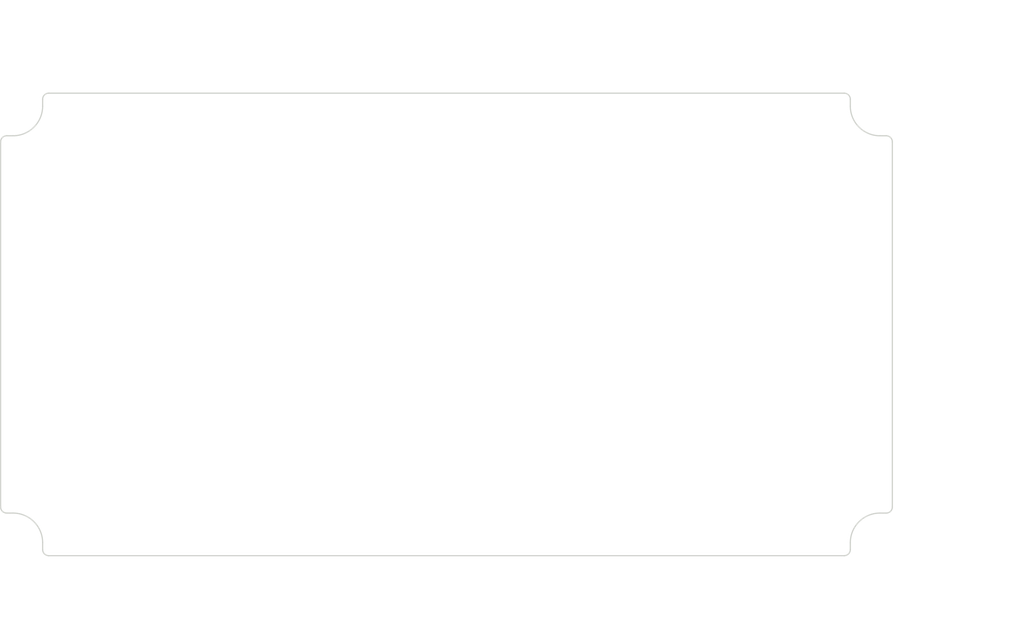
<source format=kicad_pcb>
(kicad_pcb (version 20171130) (host pcbnew "(5.1.0)-1")

  (general
    (thickness 1.6)
    (drawings 56)
    (tracks 0)
    (zones 0)
    (modules 0)
    (nets 1)
  )

  (page A4)
  (layers
    (0 F.Cu signal)
    (31 B.Cu signal)
    (32 B.Adhes user)
    (33 F.Adhes user)
    (34 B.Paste user)
    (35 F.Paste user)
    (36 B.SilkS user)
    (37 F.SilkS user)
    (38 B.Mask user)
    (39 F.Mask user)
    (40 Dwgs.User user)
    (41 Cmts.User user)
    (42 Eco1.User user)
    (43 Eco2.User user)
    (44 Edge.Cuts user)
    (45 Margin user)
    (46 B.CrtYd user)
    (47 F.CrtYd user)
    (48 B.Fab user)
    (49 F.Fab user)
  )

  (setup
    (last_trace_width 0.25)
    (trace_clearance 0.2)
    (zone_clearance 0.508)
    (zone_45_only no)
    (trace_min 0.2)
    (via_size 0.8)
    (via_drill 0.4)
    (via_min_size 0.4)
    (via_min_drill 0.3)
    (uvia_size 0.3)
    (uvia_drill 0.1)
    (uvias_allowed no)
    (uvia_min_size 0.2)
    (uvia_min_drill 0.1)
    (edge_width 0.05)
    (segment_width 0.2)
    (pcb_text_width 0.3)
    (pcb_text_size 1.5 1.5)
    (mod_edge_width 0.12)
    (mod_text_size 1 1)
    (mod_text_width 0.15)
    (pad_size 1.524 1.524)
    (pad_drill 0.762)
    (pad_to_mask_clearance 0.051)
    (solder_mask_min_width 0.25)
    (aux_axis_origin 0 0)
    (visible_elements FFFFFF7F)
    (pcbplotparams
      (layerselection 0x010fc_ffffffff)
      (usegerberextensions false)
      (usegerberattributes false)
      (usegerberadvancedattributes false)
      (creategerberjobfile false)
      (excludeedgelayer true)
      (linewidth 0.152400)
      (plotframeref false)
      (viasonmask false)
      (mode 1)
      (useauxorigin false)
      (hpglpennumber 1)
      (hpglpenspeed 20)
      (hpglpendiameter 15.000000)
      (psnegative false)
      (psa4output false)
      (plotreference true)
      (plotvalue true)
      (plotinvisibletext false)
      (padsonsilk false)
      (subtractmaskfromsilk false)
      (outputformat 1)
      (mirror false)
      (drillshape 1)
      (scaleselection 1)
      (outputdirectory ""))
  )

  (net 0 "")

  (net_class Default "This is the default net class."
    (clearance 0.2)
    (trace_width 0.25)
    (via_dia 0.8)
    (via_drill 0.4)
    (uvia_dia 0.3)
    (uvia_drill 0.1)
  )

  (gr_line (start 83.355486 135.884685) (end 83.355486 137.008052) (layer Edge.Cuts) (width 0.2))
  (gr_line (start 215.00222 137.008052) (end 215.00222 135.884685) (layer Edge.Cuts) (width 0.2))
  (gr_arc (start 219.828853 135.884685) (end 219.828853 131.058052) (angle -90) (layer Edge.Cuts) (width 0.2))
  (gr_line (start 219.828853 131.058052) (end 220.85222 131.058052) (layer Edge.Cuts) (width 0.2))
  (gr_line (start 220.85222 69.511319) (end 219.828853 69.511319) (layer Edge.Cuts) (width 0.2))
  (gr_arc (start 219.828853 64.684685) (end 215.00222 64.684685) (angle -90) (layer Edge.Cuts) (width 0.2))
  (gr_line (start 215.00222 64.684685) (end 215.00222 63.561319) (layer Edge.Cuts) (width 0.2))
  (gr_line (start 83.355486 63.561319) (end 83.355486 64.684685) (layer Edge.Cuts) (width 0.2))
  (gr_arc (start 78.528853 64.684685) (end 78.528853 69.511319) (angle -90) (layer Edge.Cuts) (width 0.2))
  (gr_line (start 78.528853 69.511319) (end 77.505486 69.511319) (layer Edge.Cuts) (width 0.2))
  (gr_line (start 77.505486 131.058052) (end 78.528853 131.058052) (layer Edge.Cuts) (width 0.2))
  (gr_arc (start 78.528853 135.884685) (end 83.355486 135.884685) (angle -90) (layer Edge.Cuts) (width 0.2))
  (gr_line (start 221.85222 130.058052) (end 221.85222 70.511319) (layer Edge.Cuts) (width 0.2))
  (gr_line (start 214.00222 62.561319) (end 84.355486 62.561319) (layer Edge.Cuts) (width 0.2))
  (gr_line (start 76.505486 70.511319) (end 76.505486 130.058052) (layer Edge.Cuts) (width 0.2))
  (gr_line (start 84.355486 138.008052) (end 214.00222 138.008052) (layer Edge.Cuts) (width 0.2))
  (gr_arc (start 214.00222 137.008052) (end 214.00222 138.008052) (angle -90) (layer Edge.Cuts) (width 0.2))
  (gr_arc (start 220.85222 130.058052) (end 220.85222 131.058052) (angle -90) (layer Edge.Cuts) (width 0.2))
  (gr_arc (start 220.85222 70.511319) (end 221.85222 70.511319) (angle -90) (layer Edge.Cuts) (width 0.2))
  (gr_arc (start 214.00222 63.561319) (end 215.00222 63.561319) (angle -90) (layer Edge.Cuts) (width 0.2))
  (gr_arc (start 84.355486 63.561319) (end 84.355486 62.561319) (angle -90) (layer Edge.Cuts) (width 0.2))
  (gr_arc (start 77.505486 70.511319) (end 77.505486 69.511319) (angle -90) (layer Edge.Cuts) (width 0.2))
  (gr_arc (start 77.505486 130.058052) (end 76.505486 130.058052) (angle -90) (layer Edge.Cuts) (width 0.2))
  (gr_arc (start 84.355486 137.008052) (end 83.355486 137.008052) (angle -90) (layer Edge.Cuts) (width 0.2))
  (gr_text [R0.04] (at 225.184441 146.858484) (layer Dwgs.User)
    (effects (font (size 1.7 1.53) (thickness 0.2125)))
  )
  (gr_text " R1.00" (at 225.184441 143.301049) (layer Dwgs.User)
    (effects (font (size 1.7 1.53) (thickness 0.2125)))
  )
  (gr_line (start 218.71367 144.969023) (end 215.530147 139.589802) (layer Dwgs.User) (width 0.2))
  (gr_line (start 220.71367 144.969023) (end 218.71367 144.969023) (layer Dwgs.User) (width 0.2))
  (gr_text [R0.19] (at 202.233274 127.406283) (layer Dwgs.User)
    (effects (font (size 1.7 1.53) (thickness 0.2125)))
  )
  (gr_text " R4.83" (at 202.233274 123.848268) (layer Dwgs.User)
    (effects (font (size 1.7 1.53) (thickness 0.2125)))
  )
  (gr_line (start 208.704045 125.516822) (end 214.834784 131.230418) (layer Dwgs.User) (width 0.2))
  (gr_line (start 206.704045 125.516822) (end 208.704045 125.516822) (layer Dwgs.User) (width 0.2))
  (gr_text [2.97] (at 239.284641 119.226289) (layer Dwgs.User)
    (effects (font (size 1.7 1.53) (thickness 0.2125)))
  )
  (gr_text " 75.45" (at 239.284641 115.672332) (layer Dwgs.User)
    (effects (font (size 1.7 1.53) (thickness 0.2125)))
  )
  (gr_line (start 239.284641 64.561319) (end 239.284641 113.782871) (layer Dwgs.User) (width 0.2))
  (gr_line (start 239.284641 136.008052) (end 239.284641 120.890784) (layer Dwgs.User) (width 0.2))
  (gr_line (start 216.00222 62.561319) (end 242.459641 62.561319) (layer Dwgs.User) (width 0.2))
  (gr_line (start 216.00222 138.008052) (end 242.459641 138.008052) (layer Dwgs.User) (width 0.2))
  (gr_text [2.42] (at 228.839417 86.506311) (layer Dwgs.User)
    (effects (font (size 1.7 1.53) (thickness 0.2125)))
  )
  (gr_text " 61.55" (at 228.839417 82.948875) (layer Dwgs.User)
    (effects (font (size 1.7 1.53) (thickness 0.2125)))
  )
  (gr_line (start 228.839417 129.058052) (end 228.839417 88.174285) (layer Dwgs.User) (width 0.2))
  (gr_line (start 228.839417 71.511319) (end 228.839417 81.059414) (layer Dwgs.User) (width 0.2))
  (gr_line (start 222.85222 131.058052) (end 232.014417 131.058052) (layer Dwgs.User) (width 0.2))
  (gr_line (start 222.85222 69.511319) (end 232.014417 69.511319) (layer Dwgs.User) (width 0.2))
  (gr_text [5.18] (at 163.399459 60.108035) (layer Dwgs.User)
    (effects (font (size 1.7 1.53) (thickness 0.2125)))
  )
  (gr_text " 131.65" (at 163.399459 56.55002) (layer Dwgs.User)
    (effects (font (size 1.7 1.53) (thickness 0.2125)))
  )
  (gr_line (start 213.00222 58.218574) (end 168.11375 58.218574) (layer Dwgs.User) (width 0.2))
  (gr_line (start 85.355486 58.218574) (end 158.685168 58.218574) (layer Dwgs.User) (width 0.2))
  (gr_line (start 215.00222 61.561319) (end 215.00222 55.043574) (layer Dwgs.User) (width 0.2))
  (gr_line (start 83.355486 61.561319) (end 83.355486 55.043574) (layer Dwgs.User) (width 0.2))
  (gr_text [5.72] (at 161.260076 52.527872) (layer Dwgs.User)
    (effects (font (size 1.7 1.53) (thickness 0.2125)))
  )
  (gr_text " 145.35" (at 161.260076 48.969857) (layer Dwgs.User)
    (effects (font (size 1.7 1.53) (thickness 0.2125)))
  )
  (gr_line (start 78.505486 50.638411) (end 156.545785 50.638411) (layer Dwgs.User) (width 0.2))
  (gr_line (start 219.85222 50.638411) (end 165.974367 50.638411) (layer Dwgs.User) (width 0.2))
  (gr_line (start 76.505486 68.511319) (end 76.505486 47.463411) (layer Dwgs.User) (width 0.2))
  (gr_line (start 221.85222 68.511319) (end 221.85222 47.463411) (layer Dwgs.User) (width 0.2))

)

</source>
